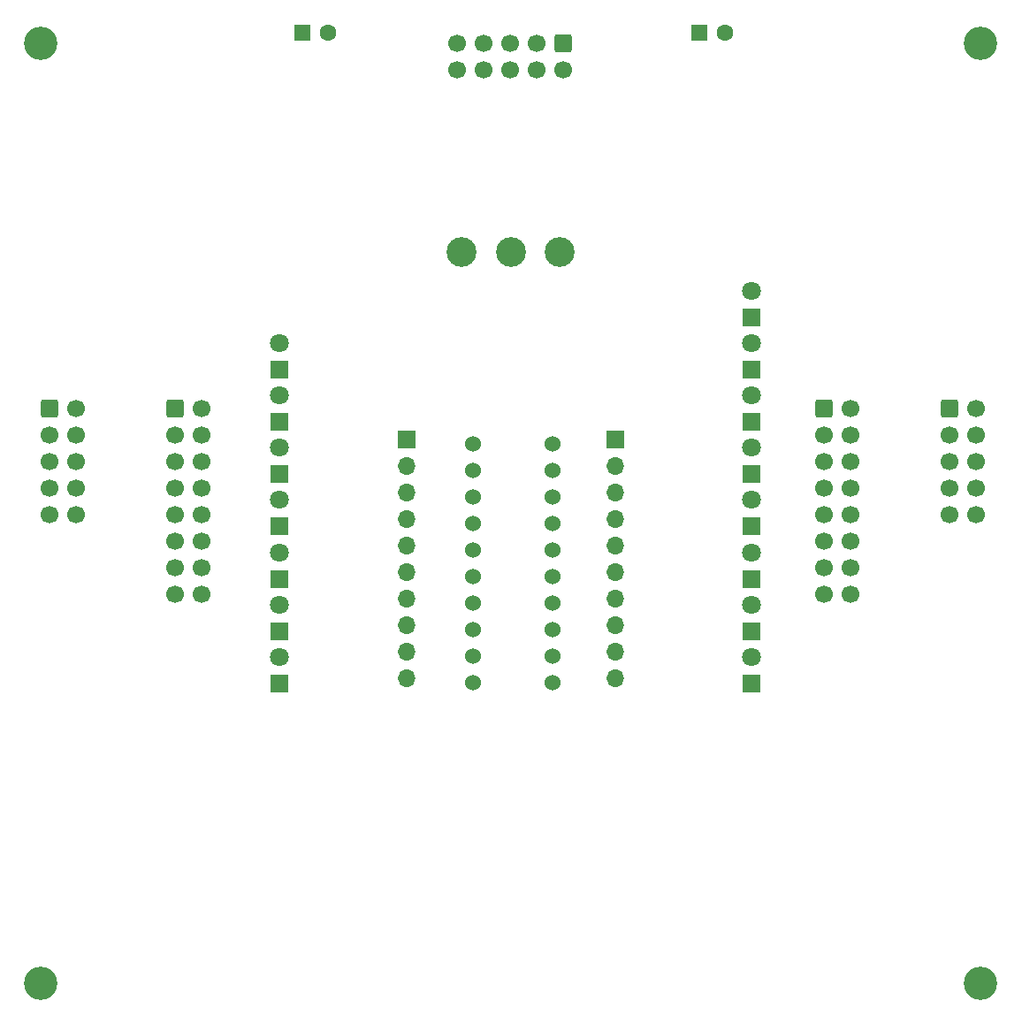
<source format=gbs>
G04 #@! TF.GenerationSoftware,KiCad,Pcbnew,8.0.5*
G04 #@! TF.CreationDate,2024-11-03T16:46:16+01:00*
G04 #@! TF.ProjectId,cable-tester,6361626c-652d-4746-9573-7465722e6b69,rev?*
G04 #@! TF.SameCoordinates,Original*
G04 #@! TF.FileFunction,Soldermask,Bot*
G04 #@! TF.FilePolarity,Negative*
%FSLAX46Y46*%
G04 Gerber Fmt 4.6, Leading zero omitted, Abs format (unit mm)*
G04 Created by KiCad (PCBNEW 8.0.5) date 2024-11-03 16:46:16*
%MOMM*%
%LPD*%
G01*
G04 APERTURE LIST*
G04 Aperture macros list*
%AMRoundRect*
0 Rectangle with rounded corners*
0 $1 Rounding radius*
0 $2 $3 $4 $5 $6 $7 $8 $9 X,Y pos of 4 corners*
0 Add a 4 corners polygon primitive as box body*
4,1,4,$2,$3,$4,$5,$6,$7,$8,$9,$2,$3,0*
0 Add four circle primitives for the rounded corners*
1,1,$1+$1,$2,$3*
1,1,$1+$1,$4,$5*
1,1,$1+$1,$6,$7*
1,1,$1+$1,$8,$9*
0 Add four rect primitives between the rounded corners*
20,1,$1+$1,$2,$3,$4,$5,0*
20,1,$1+$1,$4,$5,$6,$7,0*
20,1,$1+$1,$6,$7,$8,$9,0*
20,1,$1+$1,$8,$9,$2,$3,0*%
G04 Aperture macros list end*
%ADD10C,2.850000*%
%ADD11R,1.600000X1.600000*%
%ADD12C,1.600000*%
%ADD13R,1.800000X1.800000*%
%ADD14C,1.800000*%
%ADD15C,1.700000*%
%ADD16RoundRect,0.250000X-0.600000X-0.600000X0.600000X-0.600000X0.600000X0.600000X-0.600000X0.600000X0*%
%ADD17C,3.200000*%
%ADD18RoundRect,0.250000X-0.600000X0.600000X-0.600000X-0.600000X0.600000X-0.600000X0.600000X0.600000X0*%
%ADD19C,1.524000*%
%ADD20O,1.700000X1.700000*%
%ADD21R,1.700000X1.700000*%
G04 APERTURE END LIST*
D10*
X104700000Y-75000000D03*
X100000000Y-75000000D03*
X95300000Y-75000000D03*
D11*
X118000000Y-54000000D03*
D12*
X120500000Y-54000000D03*
D11*
X80000000Y-54000000D03*
D12*
X82500000Y-54000000D03*
D13*
X123000000Y-101310000D03*
D14*
X123000000Y-98770000D03*
D15*
X58340000Y-100160000D03*
X55800000Y-100160000D03*
X58340000Y-97620000D03*
X55800000Y-97620000D03*
X58340000Y-95080000D03*
X55800000Y-95080000D03*
X58340000Y-92540000D03*
X55800000Y-92540000D03*
X58340000Y-90000000D03*
D16*
X55800000Y-90000000D03*
D13*
X77800000Y-86310000D03*
D14*
X77800000Y-83770000D03*
D13*
X123000000Y-96310000D03*
D14*
X123000000Y-93770000D03*
D13*
X77800000Y-96310000D03*
D14*
X77800000Y-93770000D03*
D13*
X123000000Y-116310000D03*
D14*
X123000000Y-113770000D03*
D17*
X145000000Y-145000000D03*
D18*
X105000000Y-55000000D03*
D15*
X105000000Y-57540000D03*
X102460000Y-55000000D03*
X102460000Y-57540000D03*
X99920000Y-55000000D03*
X99920000Y-57540000D03*
X97380000Y-55000000D03*
X97380000Y-57540000D03*
X94840000Y-55000000D03*
X94840000Y-57540000D03*
D13*
X123000000Y-91310000D03*
D14*
X123000000Y-88770000D03*
D13*
X77800000Y-101310000D03*
D14*
X77800000Y-98770000D03*
D17*
X55000000Y-145000000D03*
D13*
X77800000Y-116310000D03*
D14*
X77800000Y-113770000D03*
D19*
X96380000Y-116240000D03*
X96380000Y-113700000D03*
X96380000Y-111160000D03*
X96380000Y-108620000D03*
X96380000Y-106080000D03*
X96380000Y-103540000D03*
X96380000Y-101000000D03*
X96380000Y-98460000D03*
X96380000Y-95920000D03*
X96380000Y-93380000D03*
X104000000Y-116240000D03*
X104000000Y-113700000D03*
X104000000Y-111160000D03*
X104000000Y-108620000D03*
X104000000Y-106080000D03*
X104000000Y-103540000D03*
X104000000Y-101000000D03*
X104000000Y-98460000D03*
X104000000Y-95920000D03*
X104000000Y-93380000D03*
D13*
X123000000Y-111310000D03*
D14*
X123000000Y-108770000D03*
D17*
X145000000Y-55000000D03*
D14*
X77800000Y-108770000D03*
D13*
X77800000Y-111310000D03*
D16*
X142000000Y-90000000D03*
D15*
X144540000Y-90000000D03*
X142000000Y-92540000D03*
X144540000Y-92540000D03*
X142000000Y-95080000D03*
X144540000Y-95080000D03*
X142000000Y-97620000D03*
X144540000Y-97620000D03*
X142000000Y-100160000D03*
X144540000Y-100160000D03*
D17*
X55000000Y-55000000D03*
D13*
X123000000Y-86310000D03*
D14*
X123000000Y-83770000D03*
D13*
X77800000Y-106310000D03*
D14*
X77800000Y-103770000D03*
D15*
X70340000Y-107780000D03*
X67800000Y-107780000D03*
X70340000Y-105240000D03*
X67800000Y-105240000D03*
X70340000Y-102700000D03*
X67800000Y-102700000D03*
X70340000Y-100160000D03*
X67800000Y-100160000D03*
X70340000Y-97620000D03*
X67800000Y-97620000D03*
X70340000Y-95080000D03*
X67800000Y-95080000D03*
X70340000Y-92540000D03*
X67800000Y-92540000D03*
X70340000Y-90000000D03*
D16*
X67800000Y-90000000D03*
D13*
X123000000Y-106310000D03*
D14*
X123000000Y-103770000D03*
D16*
X130000000Y-90000000D03*
D15*
X132540000Y-90000000D03*
X130000000Y-92540000D03*
X132540000Y-92540000D03*
X130000000Y-95080000D03*
X132540000Y-95080000D03*
X130000000Y-97620000D03*
X132540000Y-97620000D03*
X130000000Y-100160000D03*
X132540000Y-100160000D03*
X130000000Y-102700000D03*
X132540000Y-102700000D03*
X130000000Y-105240000D03*
X132540000Y-105240000D03*
X130000000Y-107780000D03*
X132540000Y-107780000D03*
D20*
X90000000Y-115860000D03*
X90000000Y-113320000D03*
X90000000Y-110780000D03*
X90000000Y-108240000D03*
X90000000Y-105700000D03*
X90000000Y-103160000D03*
X90000000Y-100620000D03*
X90000000Y-98080000D03*
X90000000Y-95540000D03*
D21*
X90000000Y-93000000D03*
D13*
X77800000Y-91310000D03*
D14*
X77800000Y-88770000D03*
D20*
X110000000Y-115860000D03*
X110000000Y-113320000D03*
X110000000Y-110780000D03*
X110000000Y-108240000D03*
X110000000Y-105700000D03*
X110000000Y-103160000D03*
X110000000Y-100620000D03*
X110000000Y-98080000D03*
X110000000Y-95540000D03*
D21*
X110000000Y-93000000D03*
D14*
X123000000Y-78770000D03*
D13*
X123000000Y-81310000D03*
M02*

</source>
